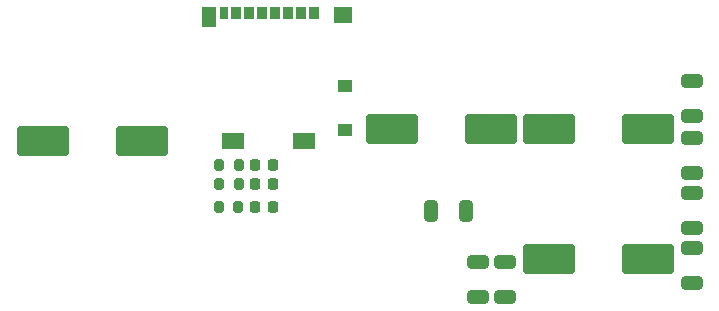
<source format=gbp>
G04 #@! TF.GenerationSoftware,KiCad,Pcbnew,7.0.2-6a45011f42~172~ubuntu20.04.1*
G04 #@! TF.CreationDate,2023-05-22T19:25:16+03:00*
G04 #@! TF.ProjectId,BLDC_4,424c4443-5f34-42e6-9b69-6361645f7063,rev?*
G04 #@! TF.SameCoordinates,PX40d9900PYa21fe80*
G04 #@! TF.FileFunction,Paste,Bot*
G04 #@! TF.FilePolarity,Positive*
%FSLAX46Y46*%
G04 Gerber Fmt 4.6, Leading zero omitted, Abs format (unit mm)*
G04 Created by KiCad (PCBNEW 7.0.2-6a45011f42~172~ubuntu20.04.1) date 2023-05-22 19:25:16*
%MOMM*%
%LPD*%
G01*
G04 APERTURE LIST*
G04 Aperture macros list*
%AMRoundRect*
0 Rectangle with rounded corners*
0 $1 Rounding radius*
0 $2 $3 $4 $5 $6 $7 $8 $9 X,Y pos of 4 corners*
0 Add a 4 corners polygon primitive as box body*
4,1,4,$2,$3,$4,$5,$6,$7,$8,$9,$2,$3,0*
0 Add four circle primitives for the rounded corners*
1,1,$1+$1,$2,$3*
1,1,$1+$1,$4,$5*
1,1,$1+$1,$6,$7*
1,1,$1+$1,$8,$9*
0 Add four rect primitives between the rounded corners*
20,1,$1+$1,$2,$3,$4,$5,0*
20,1,$1+$1,$4,$5,$6,$7,0*
20,1,$1+$1,$6,$7,$8,$9,0*
20,1,$1+$1,$8,$9,$2,$3,0*%
G04 Aperture macros list end*
%ADD10RoundRect,0.218750X0.218750X0.256250X-0.218750X0.256250X-0.218750X-0.256250X0.218750X-0.256250X0*%
%ADD11RoundRect,0.200000X0.200000X0.275000X-0.200000X0.275000X-0.200000X-0.275000X0.200000X-0.275000X0*%
%ADD12R,0.850000X1.100000*%
%ADD13R,0.750000X1.100000*%
%ADD14R,1.200000X1.000000*%
%ADD15R,1.550000X1.350000*%
%ADD16R,1.900000X1.350000*%
%ADD17R,1.170000X1.800000*%
%ADD18RoundRect,0.250000X1.950000X1.000000X-1.950000X1.000000X-1.950000X-1.000000X1.950000X-1.000000X0*%
%ADD19RoundRect,0.250000X-0.650000X0.325000X-0.650000X-0.325000X0.650000X-0.325000X0.650000X0.325000X0*%
%ADD20RoundRect,0.250000X-1.950000X-1.000000X1.950000X-1.000000X1.950000X1.000000X-1.950000X1.000000X0*%
%ADD21RoundRect,0.250000X0.325000X0.650000X-0.325000X0.650000X-0.325000X-0.650000X0.325000X-0.650000X0*%
%ADD22RoundRect,0.250000X0.650000X-0.325000X0.650000X0.325000X-0.650000X0.325000X-0.650000X-0.325000X0*%
G04 APERTURE END LIST*
D10*
G04 #@! TO.C,D1*
X62175000Y101800000D03*
X60600000Y101800000D03*
G04 #@! TD*
G04 #@! TO.C,D2*
X62187500Y103400000D03*
X60612500Y103400000D03*
G04 #@! TD*
G04 #@! TO.C,D3*
X62187500Y99800000D03*
X60612500Y99800000D03*
G04 #@! TD*
D11*
G04 #@! TO.C,R22*
X59225000Y99800000D03*
X57575000Y99800000D03*
G04 #@! TD*
G04 #@! TO.C,R37*
X59250000Y101800000D03*
X57600000Y101800000D03*
G04 #@! TD*
G04 #@! TO.C,R38*
X59250000Y103400000D03*
X57600000Y103400000D03*
G04 #@! TD*
D12*
G04 #@! TO.C,U5*
X65640000Y116225000D03*
X64540000Y116225000D03*
X63440000Y116225000D03*
X62340000Y116225000D03*
X61240000Y116225000D03*
X60140000Y116225000D03*
X59040000Y116225000D03*
D13*
X57990000Y116225000D03*
D14*
X68275000Y110075000D03*
X68275000Y106375000D03*
D15*
X68100000Y116100000D03*
D16*
X64775000Y105400000D03*
X58805000Y105400000D03*
D17*
X56780000Y115875000D03*
G04 #@! TD*
D18*
G04 #@! TO.C,C33*
X51100000Y105400000D03*
X42700000Y105400000D03*
G04 #@! TD*
D19*
G04 #@! TO.C,C9*
X97600000Y101000000D03*
X97600000Y98050000D03*
G04 #@! TD*
G04 #@! TO.C,C56*
X79500000Y95175000D03*
X79500000Y92225000D03*
G04 #@! TD*
D20*
G04 #@! TO.C,C57*
X85500000Y95400000D03*
X93900000Y95400000D03*
G04 #@! TD*
G04 #@! TO.C,C59*
X85500000Y106400000D03*
X93900000Y106400000D03*
G04 #@! TD*
D21*
G04 #@! TO.C,C49*
X78475000Y99500000D03*
X75525000Y99500000D03*
G04 #@! TD*
D22*
G04 #@! TO.C,C50*
X97600000Y93400000D03*
X97600000Y96350000D03*
G04 #@! TD*
G04 #@! TO.C,C44*
X97600000Y102725000D03*
X97600000Y105675000D03*
G04 #@! TD*
D19*
G04 #@! TO.C,C54*
X97600000Y110475000D03*
X97600000Y107525000D03*
G04 #@! TD*
G04 #@! TO.C,C55*
X81800000Y95175000D03*
X81800000Y92225000D03*
G04 #@! TD*
D18*
G04 #@! TO.C,C58*
X80600000Y106400000D03*
X72200000Y106400000D03*
G04 #@! TD*
M02*

</source>
